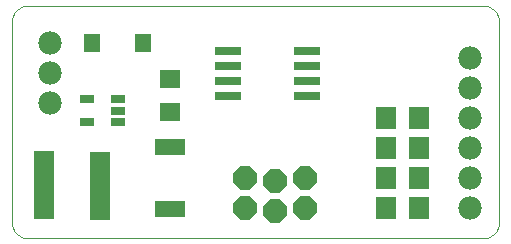
<source format=gts>
G75*
G70*
%OFA0B0*%
%FSLAX24Y24*%
%IPPOS*%
%LPD*%
%AMOC8*
5,1,8,0,0,1.08239X$1,22.5*
%
%ADD10C,0.0000*%
%ADD11OC8,0.0780*%
%ADD12R,0.0910X0.0280*%
%ADD13C,0.0780*%
%ADD14R,0.0512X0.0257*%
%ADD15R,0.0540X0.0619*%
%ADD16R,0.0670X0.0591*%
%ADD17R,0.0985X0.0552*%
%ADD18R,0.0670X0.2284*%
%ADD19R,0.0670X0.0749*%
D10*
X000850Y000550D02*
X016070Y000550D01*
X016114Y000552D01*
X016157Y000558D01*
X016199Y000567D01*
X016241Y000580D01*
X016281Y000597D01*
X016320Y000617D01*
X016357Y000640D01*
X016391Y000667D01*
X016424Y000696D01*
X016453Y000729D01*
X016480Y000763D01*
X016503Y000800D01*
X016523Y000839D01*
X016540Y000879D01*
X016553Y000921D01*
X016562Y000963D01*
X016568Y001006D01*
X016570Y001050D01*
X016570Y007796D01*
X016568Y007840D01*
X016562Y007883D01*
X016553Y007925D01*
X016540Y007967D01*
X016523Y008007D01*
X016503Y008046D01*
X016480Y008083D01*
X016453Y008117D01*
X016424Y008150D01*
X016391Y008179D01*
X016357Y008206D01*
X016320Y008229D01*
X016281Y008249D01*
X016241Y008266D01*
X016199Y008279D01*
X016157Y008288D01*
X016114Y008294D01*
X016070Y008296D01*
X000850Y008296D01*
X000806Y008294D01*
X000763Y008288D01*
X000721Y008279D01*
X000679Y008266D01*
X000639Y008249D01*
X000600Y008229D01*
X000563Y008206D01*
X000529Y008179D01*
X000496Y008150D01*
X000467Y008117D01*
X000440Y008083D01*
X000417Y008046D01*
X000397Y008007D01*
X000380Y007967D01*
X000367Y007925D01*
X000358Y007883D01*
X000352Y007840D01*
X000350Y007796D01*
X000350Y001050D01*
X000352Y001006D01*
X000358Y000963D01*
X000367Y000921D01*
X000380Y000879D01*
X000397Y000839D01*
X000417Y000800D01*
X000440Y000763D01*
X000467Y000729D01*
X000496Y000696D01*
X000529Y000667D01*
X000563Y000640D01*
X000600Y000617D01*
X000639Y000597D01*
X000679Y000580D01*
X000721Y000567D01*
X000763Y000558D01*
X000806Y000552D01*
X000850Y000550D01*
D11*
X008100Y001550D03*
X009100Y001450D03*
X010100Y001550D03*
X009100Y002450D03*
X008100Y002550D03*
X010100Y002550D03*
D12*
X010180Y005300D03*
X010180Y005800D03*
X010180Y006300D03*
X010180Y006800D03*
X007530Y006800D03*
X007530Y006300D03*
X007530Y005800D03*
X007530Y005300D03*
D13*
X001600Y005050D03*
X001600Y006050D03*
X001600Y007050D03*
X015600Y006550D03*
X015600Y005550D03*
X015600Y004550D03*
X015600Y003550D03*
X015600Y002550D03*
X015600Y001550D03*
D14*
X003862Y004426D03*
X003862Y004800D03*
X003862Y005174D03*
X002838Y005174D03*
X002838Y004426D03*
D15*
X003004Y007050D03*
X004696Y007050D03*
D16*
X005600Y005851D03*
X005600Y004749D03*
D17*
X005600Y003574D03*
X005600Y001526D03*
D18*
X003275Y002300D03*
X001425Y002320D03*
D19*
X012799Y002550D03*
X013901Y002550D03*
X013901Y001550D03*
X012799Y001550D03*
X012799Y003550D03*
X013901Y003550D03*
X013901Y004550D03*
X012799Y004550D03*
M02*

</source>
